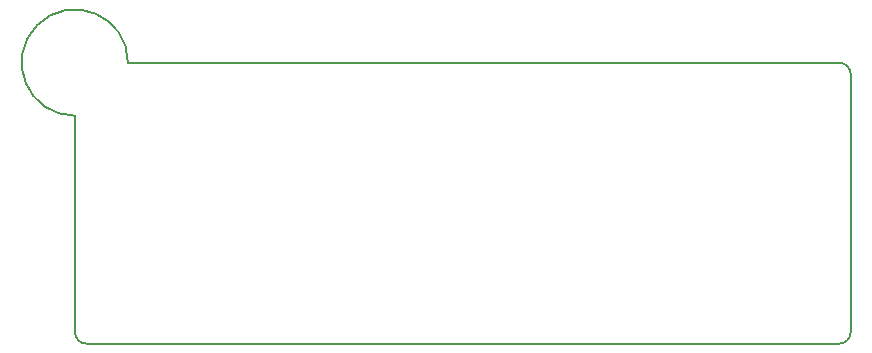
<source format=gbr>
G04 #@! TF.GenerationSoftware,KiCad,Pcbnew,(5.1.10-1-10_14)*
G04 #@! TF.CreationDate,2021-08-18T21:16:35-05:00*
G04 #@! TF.ProjectId,PCB-Keychains,5043422d-4b65-4796-9368-61696e732e6b,rev?*
G04 #@! TF.SameCoordinates,Original*
G04 #@! TF.FileFunction,Profile,NP*
%FSLAX46Y46*%
G04 Gerber Fmt 4.6, Leading zero omitted, Abs format (unit mm)*
G04 Created by KiCad (PCBNEW (5.1.10-1-10_14)) date 2021-08-18 21:16:35*
%MOMM*%
%LPD*%
G01*
G04 APERTURE LIST*
G04 #@! TA.AperFunction,Profile*
%ADD10C,0.150000*%
G04 #@! TD*
G04 APERTURE END LIST*
D10*
X150971250Y-35658750D02*
X150971250Y-17358750D01*
X151971250Y-36658750D02*
G75*
G02*
X150971250Y-35658750I0J1000000D01*
G01*
X216671250Y-35658750D02*
G75*
G02*
X215671250Y-36658750I-1000000J0D01*
G01*
X215671250Y-12858750D02*
G75*
G02*
X216671250Y-13858750I0J-1000000D01*
G01*
X150971250Y-17358750D02*
G75*
G02*
X155471250Y-12858750I0J4500000D01*
G01*
X215671250Y-36658750D02*
X151971250Y-36658750D01*
X216671250Y-13858750D02*
X216671250Y-35658750D01*
X155471250Y-12858750D02*
X215671250Y-12858750D01*
M02*

</source>
